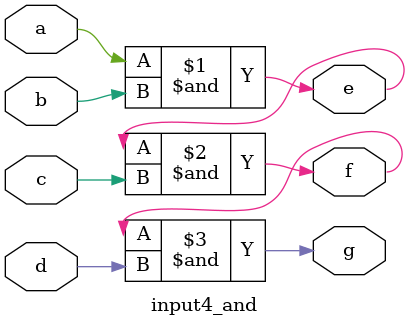
<source format=v>
`timescale 1ns / 1ps


module input4_and(

input a,b,c,d,
output e,f,g
    );
    
    assign e = a&b;
    assign f = e&c;
    assign g = f&d;
    
endmodule

</source>
